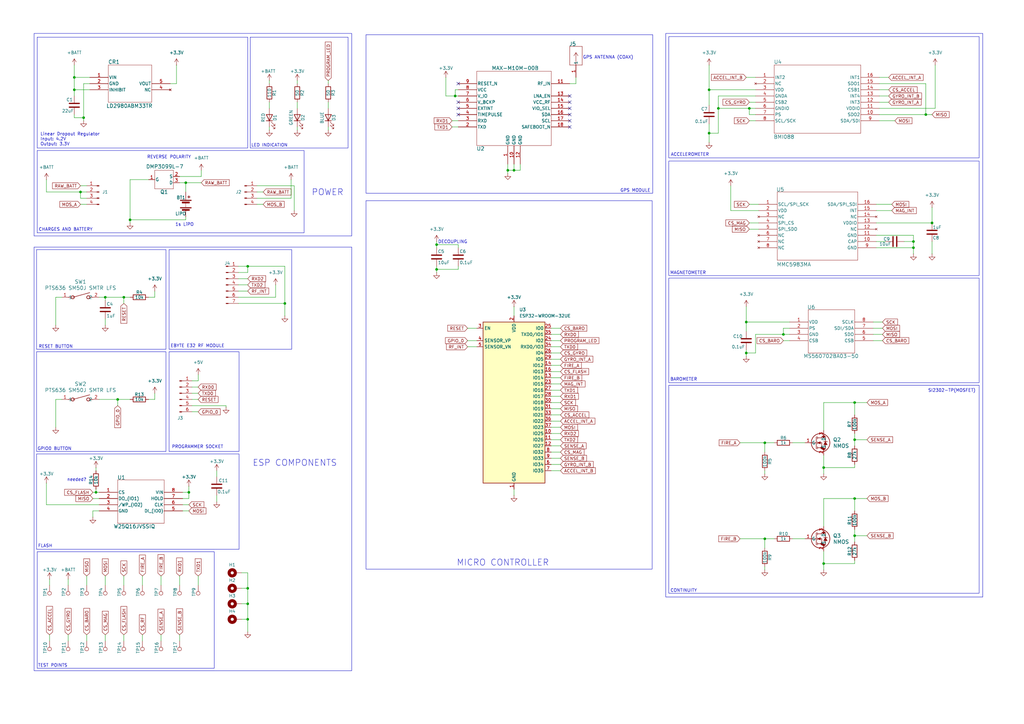
<source format=kicad_sch>
(kicad_sch (version 20250114) (generator "eeschema") (generator_version "9.0")
  (paper "A3")
  (rectangle (start 15.24 61.722) (end 124.714 95.504))
  (rectangle (start 13.97 101.346) (end 144.272 275.082))
  (rectangle (start 14.986 186.182) (end 98.044 225.298))
  (rectangle (start 150.114 14.224) (end 267.716 79.248))
  (rectangle (start 150.114 82.296) (end 267.462 233.426))
  (rectangle (start 102.616 15.24) (end 142.748 60.706))
  (rectangle (start 69.342 102.362) (end 119.634 143.256))
  (rectangle (start 15.24 226.314) (end 87.884 274.066))
  (rectangle (start 69.342 144.272) (end 98.044 185.166))
  (rectangle (start 15.24 15.24) (end 101.6 60.706))
  (rectangle (start 274.32 14.986) (end 401.574 64.77))
  (rectangle (start 274.32 157.988) (end 401.574 243.332))
  (rectangle (start 274.32 66.04) (end 401.574 113.03))
  (rectangle (start 14.986 144.272) (end 68.072 185.166))
  (rectangle (start 273.05 13.716) (end 403.098 244.856))
  (rectangle (start 14.986 102.362) (end 68.072 143.256))
  (rectangle (start 13.97 13.716) (end 144.272 96.774))
  (rectangle (start 274.32 114.046) (end 401.574 156.972))
  (text "GPS ANTENNA (COAX)" (at 249.428 23.622 0) (effects (font (size 1.27 1.27))))
  (text "BAROMETER" (at 280.416 155.702 0) (effects (font (size 1.27 1.27))))
  (text "FLASH" (at 18.542 224.028 0) (effects (font (size 1.27 1.27))))
  (text "EBYTE E32 RF MODULE\n" (at 81.026 141.986 0) (effects (font (size 1.27 1.27))))
  (text "REVERSE POLARITY\n" (at 69.342 64.516 0) (effects (font (size 1.27 1.27))))
  (text "PROGRAMMER SOCKET\n" (at 81.026 183.388 0) (effects (font (size 1.27 1.27))))
  (text "CONTINUITY" (at 280.416 242.316 0) (effects (font (size 1.27 1.27))))
  (text "SI2302-TP(MOSFET)" (at 390.398 160.274 0) (effects (font (size 1.27 1.27))))
  (text "GPIO0 BUTTON" (at 22.352 184.15 0) (effects (font (size 1.27 1.27))))
  (text "MAGNETOMETER\n" (at 282.194 112.014 0) (effects (font (size 1.27 1.27))))
  (text "needed?" (at 31.496 196.85 0) (effects (font (size 1.27 1.27))))
  (text "CHARGES AND BATTERY" (at 26.924 94.234 0) (effects (font (size 1.27 1.27))))
  (text "MICRO CONTROLLER" (at 206.248 230.886 0) (effects (font (size 2.54 2.54))))
  (text "DECOUPLING" (at 185.674 99.314 0) (effects (font (size 1.27 1.27))))
  (text "RESET BUTTON" (at 22.86 142.24 0) (effects (font (size 1.27 1.27))))
  (text "POWER" (at 134.366 78.994 0) (effects (font (size 2.54 2.54))))
  (text "1s LiPO" (at 75.692 92.202 0) (effects (font (size 1.27 1.27))))
  (text "GPS MODULE" (at 260.604 78.232 0) (effects (font (size 1.27 1.27))))
  (text "TEST POINTS" (at 21.59 273.05 0) (effects (font (size 1.27 1.27))))
  (text "Linear Dropout Regulator\nInput: 4.2V\nOutput: 3.3V\n" (at 16.51 57.15 0) (effects (font (size 1.27 1.27)) (justify left)))
  (text "ACCELEROMETER\n" (at 282.956 63.5 0) (effects (font (size 1.27 1.27))))
  (text "ESP COMPONENTS" (at 120.904 189.992 0) (effects (font (size 2.54 2.54))))
  (text "LED INDICATION\n" (at 110.49 59.69 0) (effects (font (size 1.27 1.27))))
  (junction (at 43.18 121.92))
  (junction (at 350.52 219.71))
  (junction (at 48.26 163.83))
  (junction (at 306.07 144.78))
  (junction (at 30.48 31.75))
  (junction (at 210.82 69.85))
  (junction (at 34.29 48.26))
  (junction (at 33.02 78.74))
  (junction (at 208.28 69.85))
  (junction (at 350.52 165.1))
  (junction (at 382.27 91.44))
  (junction (at 350.52 204.47))
  (junction (at 76.2 74.93))
  (junction (at 179.07 100.33))
  (junction (at 337.82 191.77))
  (junction (at 290.83 54.61))
  (junction (at 379.73 46.99))
  (junction (at 186.69 39.37))
  (junction (at 290.83 36.83))
  (junction (at 313.69 181.61))
  (junction (at 77.47 201.93))
  (junction (at 294.64 44.45))
  (junction (at 101.6 254))
  (junction (at 337.82 231.14))
  (junction (at 50.8 121.92))
  (junction (at 374.65 99.06))
  (junction (at 30.48 36.83))
  (junction (at 39.37 201.93))
  (junction (at 307.34 44.45))
  (junction (at 179.07 110.49))
  (junction (at 374.65 101.6))
  (junction (at 313.69 220.98))
  (junction (at 53.34 90.17))
  (junction (at 101.6 241.3))
  (junction (at 321.31 137.16))
  (junction (at 306.07 132.08))
  (junction (at 116.84 124.46))
  (junction (at 350.52 180.34))
  (junction (at 101.6 247.65))
  (junction (at 101.6 109.22))
  (no_connect (at 187.96 44.45))
  (no_connect (at 187.96 46.99))
  (no_connect (at 233.68 46.99))
  (no_connect (at 233.68 49.53))
  (no_connect (at 233.68 52.07))
  (no_connect (at 187.96 41.91))
  (no_connect (at 233.68 39.37))
  (no_connect (at 233.68 41.91))
  (no_connect (at 233.68 44.45))
  (no_connect (at 187.96 34.29))
  (wire (pts (xy 76.2 88.9) (xy 76.2 90.17)))
  (wire (pts (xy 226.06 139.7) (xy 229.87 139.7)))
  (wire (pts (xy 208.28 69.85) (xy 210.82 69.85)))
  (wire (pts (xy 303.53 220.98) (xy 313.69 220.98)))
  (wire (pts (xy 337.82 191.77) (xy 337.82 194.31)))
  (wire (pts (xy 72.39 26.67) (xy 72.39 34.29)))
  (wire (pts (xy 374.65 96.52) (xy 374.65 99.06)))
  (wire (pts (xy 350.52 229.87) (xy 350.52 231.14)))
  (wire (pts (xy 226.06 167.64) (xy 229.87 167.64)))
  (wire (pts (xy 226.06 165.1) (xy 229.87 165.1)))
  (wire (pts (xy 60.96 121.92) (xy 63.5 121.92)))
  (wire (pts (xy 97.79 111.76) (xy 101.6 111.76)))
  (wire (pts (xy 81.28 163.83) (xy 78.74 163.83)))
  (wire (pts (xy 337.82 186.69) (xy 337.82 191.77)))
  (wire (pts (xy 226.06 193.04) (xy 229.87 193.04)))
  (wire (pts (xy 92.71 167.005) (xy 92.71 166.37)))
  (wire (pts (xy 40.64 209.55) (xy 38.1 209.55)))
  (wire (pts (xy 236.22 31.75) (xy 236.22 34.29)))
  (wire (pts (xy 101.6 241.3) (xy 101.6 247.65)))
  (wire (pts (xy 360.68 41.91) (xy 364.49 41.91)))
  (wire (pts (xy 325.12 181.61) (xy 330.2 181.61)))
  (wire (pts (xy 226.06 177.8) (xy 229.87 177.8)))
  (wire (pts (xy 350.52 204.47) (xy 355.6 204.47)))
  (wire (pts (xy 97.79 114.3) (xy 101.6 114.3)))
  (wire (pts (xy 43.18 130.81) (xy 43.18 133.35)))
  (wire (pts (xy 19.05 73.66) (xy 19.05 78.74)))
  (wire (pts (xy 350.52 165.1) (xy 355.6 165.1)))
  (wire (pts (xy 58.42 236.22) (xy 58.42 240.03)))
  (wire (pts (xy 337.82 231.14) (xy 337.82 233.68)))
  (wire (pts (xy 337.82 215.9) (xy 337.82 204.47)))
  (wire (pts (xy 88.9 203.2) (xy 88.9 205.74)))
  (wire (pts (xy 34.29 48.26) (xy 34.29 49.53)))
  (wire (pts (xy 290.83 26.67) (xy 290.83 36.83)))
  (wire (pts (xy 382.27 99.06) (xy 382.27 104.14)))
  (wire (pts (xy 101.6 254) (xy 101.6 259.08)))
  (wire (pts (xy 185.42 49.53) (xy 187.96 49.53)))
  (wire (pts (xy 306.07 31.75) (xy 309.88 31.75)))
  (wire (pts (xy 323.85 134.62) (xy 321.31 134.62)))
  (wire (pts (xy 101.6 111.76) (xy 101.6 109.22)))
  (wire (pts (xy 321.31 137.16) (xy 309.88 137.16)))
  (wire (pts (xy 226.06 154.94) (xy 229.87 154.94)))
  (wire (pts (xy 78.74 156.21) (xy 81.28 156.21)))
  (wire (pts (xy 113.03 116.84) (xy 113.03 121.92)))
  (wire (pts (xy 360.68 31.75) (xy 364.49 31.75)))
  (wire (pts (xy 307.34 49.53) (xy 309.88 49.53)))
  (wire (pts (xy 73.66 74.93) (xy 76.2 74.93)))
  (wire (pts (xy 321.31 137.16) (xy 323.85 137.16)))
  (wire (pts (xy 58.42 260.35) (xy 58.42 262.89)))
  (wire (pts (xy 25.4 121.92) (xy 22.86 121.92)))
  (wire (pts (xy 337.82 226.06) (xy 337.82 231.14)))
  (wire (pts (xy 359.41 101.6) (xy 374.65 101.6)))
  (wire (pts (xy 309.88 137.16) (xy 309.88 144.78)))
  (wire (pts (xy 360.68 34.29) (xy 379.73 34.29)))
  (wire (pts (xy 99.06 234.95) (xy 101.6 234.95)))
  (wire (pts (xy 19.05 78.74) (xy 33.02 78.74)))
  (wire (pts (xy 121.92 52.07) (xy 121.92 53.34)))
  (wire (pts (xy 306.07 132.08) (xy 323.85 132.08)))
  (wire (pts (xy 33.02 78.74) (xy 35.56 78.74)))
  (wire (pts (xy 134.62 52.07) (xy 134.62 53.34)))
  (wire (pts (xy 226.06 160.02) (xy 229.87 160.02)))
  (wire (pts (xy 179.07 109.22) (xy 179.07 110.49)))
  (wire (pts (xy 76.2 74.93) (xy 82.55 74.93)))
  (wire (pts (xy 337.82 231.14) (xy 350.52 231.14)))
  (wire (pts (xy 306.07 143.51) (xy 306.07 144.78)))
  (wire (pts (xy 43.18 121.92) (xy 50.8 121.92)))
  (wire (pts (xy 359.41 96.52) (xy 374.65 96.52)))
  (wire (pts (xy 294.64 54.61) (xy 290.83 54.61)))
  (wire (pts (xy 19.05 207.01) (xy 19.05 198.12)))
  (wire (pts (xy 99.06 254) (xy 101.6 254)))
  (wire (pts (xy 337.82 165.1) (xy 350.52 165.1)))
  (wire (pts (xy 350.52 204.47) (xy 350.52 209.55)))
  (wire (pts (xy 309.88 39.37) (xy 294.64 39.37)))
  (wire (pts (xy 36.83 34.29) (xy 34.29 34.29)))
  (wire (pts (xy 187.96 109.22) (xy 187.96 110.49)))
  (wire (pts (xy 360.68 39.37) (xy 364.49 39.37)))
  (wire (pts (xy 53.34 91.44) (xy 53.34 90.17)))
  (wire (pts (xy 358.14 137.16) (xy 361.95 137.16)))
  (wire (pts (xy 38.1 209.55) (xy 38.1 212.09)))
  (wire (pts (xy 63.5 163.83) (xy 63.5 161.29)))
  (wire (pts (xy 60.96 163.83) (xy 63.5 163.83)))
  (wire (pts (xy 313.69 232.41) (xy 313.69 233.68)))
  (wire (pts (xy 81.28 153.67) (xy 81.28 156.21)))
  (wire (pts (xy 179.07 110.49) (xy 179.07 111.76)))
  (wire (pts (xy 179.07 99.06) (xy 179.07 100.33)))
  (wire (pts (xy 313.69 220.98) (xy 317.5 220.98)))
  (wire (pts (xy 195.58 142.24) (xy 191.77 142.24)))
  (wire (pts (xy 74.93 207.01) (xy 77.47 207.01)))
  (wire (pts (xy 66.04 236.22) (xy 66.04 240.03)))
  (wire (pts (xy 226.06 172.72) (xy 229.87 172.72)))
  (wire (pts (xy 358.14 134.62) (xy 361.95 134.62)))
  (wire (pts (xy 33.02 83.82) (xy 35.56 83.82)))
  (wire (pts (xy 43.18 236.22) (xy 43.18 240.03)))
  (wire (pts (xy 110.49 33.02) (xy 110.49 34.29)))
  (wire (pts (xy 99.06 247.65) (xy 101.6 247.65)))
  (wire (pts (xy 186.69 36.83) (xy 187.96 36.83)))
  (wire (pts (xy 179.07 110.49) (xy 187.96 110.49)))
  (wire (pts (xy 208.28 69.85) (xy 208.28 71.12)))
  (wire (pts (xy 226.06 142.24) (xy 229.87 142.24)))
  (wire (pts (xy 105.41 81.28) (xy 119.38 81.28)))
  (wire (pts (xy 121.92 33.02) (xy 121.92 34.29)))
  (wire (pts (xy 307.34 44.45) (xy 309.88 44.45)))
  (wire (pts (xy 81.28 161.29) (xy 78.74 161.29)))
  (wire (pts (xy 134.62 33.02) (xy 134.62 34.29)))
  (wire (pts (xy 226.06 134.62) (xy 229.87 134.62)))
  (wire (pts (xy 77.47 199.39) (xy 77.47 201.93)))
  (wire (pts (xy 191.77 134.62) (xy 195.58 134.62)))
  (wire (pts (xy 290.83 36.83) (xy 290.83 43.18)))
  (wire (pts (xy 359.41 83.82) (xy 365.76 83.82)))
  (wire (pts (xy 40.64 121.92) (xy 43.18 121.92)))
  (wire (pts (xy 116.84 109.22) (xy 116.84 124.46)))
  (wire (pts (xy 53.34 73.66) (xy 53.34 90.17)))
  (wire (pts (xy 101.6 234.95) (xy 101.6 241.3)))
  (wire (pts (xy 34.29 34.29) (xy 34.29 48.26)))
  (wire (pts (xy 350.52 180.34) (xy 355.6 180.34)))
  (wire (pts (xy 33.02 78.74) (xy 33.02 81.28)))
  (wire (pts (xy 350.52 180.34) (xy 350.52 182.88)))
  (wire (pts (xy 226.06 137.16) (xy 229.87 137.16)))
  (wire (pts (xy 35.56 81.28) (xy 33.02 81.28)))
  (wire (pts (xy 210.82 200.66) (xy 210.82 203.2)))
  (wire (pts (xy 226.06 147.32) (xy 229.87 147.32)))
  (wire (pts (xy 226.06 175.26) (xy 229.87 175.26)))
  (wire (pts (xy 60.96 73.66) (xy 53.34 73.66)))
  (wire (pts (xy 210.82 67.31) (xy 210.82 69.85)))
  (wire (pts (xy 134.62 41.91) (xy 134.62 44.45)))
  (wire (pts (xy 185.42 52.07) (xy 187.96 52.07)))
  (wire (pts (xy 374.65 101.6) (xy 374.65 104.14)))
  (wire (pts (xy 360.68 36.83) (xy 364.49 36.83)))
  (wire (pts (xy 374.65 99.06) (xy 374.65 101.6)))
  (wire (pts (xy 226.06 180.34) (xy 229.87 180.34)))
  (wire (pts (xy 120.65 76.2) (xy 120.65 86.36)))
  (wire (pts (xy 191.77 139.7) (xy 195.58 139.7)))
  (wire (pts (xy 307.34 91.44) (xy 311.15 91.44)))
  (wire (pts (xy 50.8 260.35) (xy 50.8 262.89)))
  (wire (pts (xy 39.37 201.93) (xy 40.64 201.93)))
  (wire (pts (xy 321.31 134.62) (xy 321.31 137.16)))
  (wire (pts (xy 290.83 36.83) (xy 309.88 36.83)))
  (wire (pts (xy 226.06 182.88) (xy 229.87 182.88)))
  (wire (pts (xy 25.4 163.83) (xy 22.86 163.83)))
  (wire (pts (xy 74.93 201.93) (xy 77.47 201.93)))
  (wire (pts (xy 66.04 260.35) (xy 66.04 262.89)))
  (wire (pts (xy 350.52 165.1) (xy 350.52 170.18)))
  (wire (pts (xy 27.94 237.49) (xy 27.94 240.03)))
  (wire (pts (xy 313.69 220.98) (xy 313.69 224.79)))
  (wire (pts (xy 350.52 219.71) (xy 350.52 222.25)))
  (wire (pts (xy 105.41 83.82) (xy 107.95 83.82)))
  (wire (pts (xy 226.06 190.5) (xy 229.87 190.5)))
  (wire (pts (xy 210.82 125.73) (xy 210.82 129.54)))
  (wire (pts (xy 82.55 69.85) (xy 82.55 72.39)))
  (wire (pts (xy 182.88 39.37) (xy 186.69 39.37)))
  (wire (pts (xy 97.79 121.92) (xy 113.03 121.92)))
  (wire (pts (xy 370.84 99.06) (xy 374.65 99.06)))
  (wire (pts (xy 307.34 44.45) (xy 307.34 46.99)))
  (wire (pts (xy 35.56 236.22) (xy 35.56 240.03)))
  (wire (pts (xy 81.28 158.75) (xy 78.74 158.75)))
  (wire (pts (xy 321.31 139.7) (xy 323.85 139.7)))
  (wire (pts (xy 74.93 209.55) (xy 77.47 209.55)))
  (wire (pts (xy 22.86 163.83) (xy 22.86 175.26)))
  (wire (pts (xy 350.52 190.5) (xy 350.52 191.77)))
  (wire (pts (xy 233.68 34.29) (xy 236.22 34.29)))
  (wire (pts (xy 40.64 163.83) (xy 48.26 163.83)))
  (wire (pts (xy 121.92 41.91) (xy 121.92 44.45)))
  (wire (pts (xy 213.36 67.31) (xy 213.36 69.85)))
  (wire (pts (xy 290.83 54.61) (xy 290.83 58.42)))
  (wire (pts (xy 337.82 204.47) (xy 350.52 204.47)))
  (wire (pts (xy 360.68 49.53) (xy 367.03 49.53)))
  (wire (pts (xy 290.83 50.8) (xy 290.83 54.61)))
  (wire (pts (xy 48.26 163.83) (xy 48.26 166.37)))
  (wire (pts (xy 27.94 260.35) (xy 27.94 262.89)))
  (wire (pts (xy 350.52 217.17) (xy 350.52 219.71)))
  (wire (pts (xy 116.84 124.46) (xy 116.84 129.54)))
  (wire (pts (xy 187.96 101.6) (xy 187.96 100.33)))
  (wire (pts (xy 119.38 73.66) (xy 119.38 81.28)))
  (wire (pts (xy 210.82 69.85) (xy 213.36 69.85)))
  (wire (pts (xy 73.66 260.35) (xy 73.66 262.89)))
  (wire (pts (xy 38.1 201.93) (xy 39.37 201.93)))
  (wire (pts (xy 309.88 144.78) (xy 306.07 144.78)))
  (wire (pts (xy 350.52 177.8) (xy 350.52 180.34)))
  (wire (pts (xy 379.73 46.99) (xy 382.27 46.99)))
  (wire (pts (xy 73.66 236.22) (xy 73.66 240.03)))
  (wire (pts (xy 48.26 163.83) (xy 53.34 163.83)))
  (wire (pts (xy 99.06 241.3) (xy 101.6 241.3)))
  (wire (pts (xy 358.14 139.7) (xy 361.95 139.7)))
  (wire (pts (xy 105.41 76.2) (xy 120.65 76.2)))
  (wire (pts (xy 313.69 181.61) (xy 317.5 181.61)))
  (wire (pts (xy 299.72 76.2) (xy 299.72 86.36)))
  (wire (pts (xy 43.18 121.92) (xy 43.18 123.19)))
  (wire (pts (xy 30.48 48.26) (xy 34.29 48.26)))
  (wire (pts (xy 97.79 124.46) (xy 116.84 124.46)))
  (wire (pts (xy 69.85 34.29) (xy 72.39 34.29)))
  (wire (pts (xy 186.69 39.37) (xy 187.96 39.37)))
  (wire (pts (xy 226.06 144.78) (xy 229.87 144.78)))
  (wire (pts (xy 63.5 121.92) (xy 63.5 119.38)))
  (wire (pts (xy 30.48 46.99) (xy 30.48 48.26)))
  (wire (pts (xy 81.28 168.91) (xy 78.74 168.91)))
  (wire (pts (xy 226.06 170.18) (xy 229.87 170.18)))
  (wire (pts (xy 20.32 260.35) (xy 20.32 262.89)))
  (wire (pts (xy 30.48 31.75) (xy 30.48 36.83)))
  (wire (pts (xy 43.18 260.35) (xy 43.18 262.89)))
  (wire (pts (xy 50.8 236.22) (xy 50.8 240.03)))
  (wire (pts (xy 97.79 119.38) (xy 101.6 119.38)))
  (wire (pts (xy 36.83 36.83) (xy 30.48 36.83)))
  (wire (pts (xy 105.41 78.74) (xy 107.95 78.74)))
  (wire (pts (xy 313.69 181.61) (xy 313.69 185.42)))
  (wire (pts (xy 78.74 166.37) (xy 92.71 166.37)))
  (wire (pts (xy 350.52 219.71) (xy 355.6 219.71)))
  (wire (pts (xy 309.88 46.99) (xy 307.34 46.99)))
  (wire (pts (xy 306.07 146.05) (xy 306.07 144.78)))
  (wire (pts (xy 294.64 44.45) (xy 294.64 54.61)))
  (wire (pts (xy 359.41 91.44) (xy 382.27 91.44)))
  (wire (pts (xy 307.34 93.98) (xy 311.15 93.98)))
  (wire (pts (xy 179.07 100.33) (xy 179.07 101.6)))
  (wire (pts (xy 337.82 176.53) (xy 337.82 165.1)))
  (wire (pts (xy 35.56 260.35) (xy 35.56 262.89)))
  (wire (pts (xy 226.06 185.42) (xy 229.87 185.42)))
  (wire (pts (xy 30.48 36.83) (xy 30.48 39.37)))
  (wire (pts (xy 358.14 132.08) (xy 361.95 132.08)))
  (wire (pts (xy 74.93 204.47) (xy 77.47 204.47)))
  (wire (pts (xy 88.9 193.04) (xy 88.9 195.58)))
  (wire (pts (xy 226.06 187.96) (xy 229.87 187.96)))
  (wire (pts (xy 359.41 99.06) (xy 363.22 99.06)))
  (wire (pts (xy 208.28 67.31) (xy 208.28 69.85)))
  (wire (pts (xy 20.32 237.49) (xy 20.32 240.03)))
  (wire (pts (xy 110.49 41.91) (xy 110.49 44.45)))
  (wire (pts (xy 383.54 26.67) (xy 383.54 44.45)))
  (wire (pts (xy 307.34 41.91) (xy 309.88 41.91)))
  (wire (pts (xy 226.06 157.48) (xy 229.87 157.48)))
  (wire (pts (xy 30.48 31.75) (xy 36.83 31.75)))
  (wire (pts (xy 76.2 74.93) (xy 76.2 78.74)))
  (wire (pts (xy 226.06 149.86) (xy 229.87 149.86)))
  (wire (pts (xy 313.69 193.04) (xy 313.69 194.31)))
  (wire (pts (xy 73.66 72.39) (xy 82.55 72.39)))
  (wire (pts (xy 382.27 85.09) (xy 382.27 91.44)))
  (wire (pts (xy 97.79 116.84) (xy 101.6 116.84)))
  (wire (pts (xy 81.28 236.22) (xy 81.28 240.03)))
  (wire (pts (xy 307.34 83.82) (xy 311.15 83.82)))
  (wire (pts (xy 50.8 121.92) (xy 50.8 124.46)))
  (wire (pts (xy 294.64 39.37) (xy 294.64 44.45)))
  (wire (pts (xy 38.1 204.47) (xy 40.64 204.47)))
  (wire (pts (xy 303.53 181.61) (xy 313.69 181.61)))
  (wire (pts (xy 101.6 247.65) (xy 101.6 254)))
  (wire (pts (xy 53.34 90.17) (xy 76.2 90.17)))
  (wire (pts (xy 39.37 200.66) (xy 39.37 201.93)))
  (wire (pts (xy 182.88 31.75) (xy 182.88 39.37)))
  (wire (pts (xy 22.86 121.92) (xy 22.86 133.35)))
  (wire (pts (xy 116.84 109.22) (xy 101.6 109.22)))
  (wire (pts (xy 337.82 191.77) (xy 350.52 191.77)))
  (wire (pts (xy 360.68 46.99) (xy 379.73 46.99)))
  (wire (pts (xy 19.05 207.01) (xy 40.64 207.01)))
  (wire (pts (xy 179.07 100.33) (xy 187.96 100.33)))
  (wire (pts (xy 97.79 109.22) (xy 101.6 109.22)))
  (wire (pts (xy 306.07 132.08) (xy 306.07 135.89)))
  (wire (pts (xy 359.41 86.36) (xy 365.76 86.36)))
  (wire (pts (xy 77.47 201.93) (xy 77.47 204.47)))
  (wire (pts (xy 186.69 36.83) (xy 186.69 39.37)))
  (wire (pts (xy 110.49 52.07) (xy 110.49 53.34)))
  (wire (pts (xy 306.07 125.73) (xy 306.07 132.08)))
  (wire (pts (xy 294.64 44.45) (xy 307.34 44.45)))
  (wire (pts (xy 226.06 162.56) (xy 229.87 162.56)))
  (wire (pts (xy 325.12 220.98) (xy 330.2 220.98)))
  (wire (pts (xy 33.02 76.2) (xy 35.56 76.2)))
  (wire (pts (xy 30.48 26.67) (xy 30.48 31.75)))
  (wire (pts (xy 379.73 34.29) (xy 379.73 46.99)))
  (wire (pts (xy 39.37 191.77) (xy 39.37 193.04)))
  (wire (pts (xy 383.54 44.45) (xy 360.68 44.45)))
  (wire (pts (xy 50.8 121.92) (xy 53.34 121.92)))
  (wire (pts (xy 299.72 86.36) (xy 311.15 86.36)))
  (wire (pts (xy 226.06 152.4) (xy 229.87 152.4)))
  (global_label "CS_BARO" (shape input) (at 229.87 134.62 0) (property "Intersheetrefs" "${INTERSHEET_REFS}" (effects (hide yes))))
  (global_label "FIRE_A" (shape input) (at 58.42 236.22 90) (property "Intersheetrefs" "${INTERSHEET_REFS}" (effects (hide yes))))
  (global_label "SENSE_B" (shape input) (at 355.6 219.71 0) (property "Intersheetrefs" "${INTERSHEET_REFS}" (effects (hide yes))))
  (global_label "GYRO_INT_A" (shape input) (at 229.87 147.32 0) (property "Intersheetrefs" "${INTERSHEET_REFS}" (effects (hide yes))))
  (global_label "MOS_A" (shape input) (at 355.6 165.1 0) (property "Intersheetrefs" "${INTERSHEET_REFS}" (effects (hide yes))))
  (global_label "SENSE_A" (shape input) (at 355.6 180.34 0) (property "Intersheetrefs" "${INTERSHEET_REFS}" (effects (hide yes))))
  (global_label "TXD1" (shape input) (at 229.87 160.02 0) (property "Intersheetrefs" "${INTERSHEET_REFS}" (effects (hide yes))))
  (global_label "CS_RF" (shape input) (at 58.42 260.35 90) (property "Intersheetrefs" "${INTERSHEET_REFS}" (effects (hide yes))))
  (global_label "CS_MAG" (shape input) (at 307.34 91.44 180) (property "Intersheetrefs" "${INTERSHEET_REFS}" (effects (hide yes))))
  (global_label "SENSE_B" (shape input) (at 73.66 260.35 90) (property "Intersheetrefs" "${INTERSHEET_REFS}" (effects (hide yes))))
  (global_label "SCK" (shape input) (at 307.34 83.82 180) (property "Intersheetrefs" "${INTERSHEET_REFS}" (effects (hide yes))))
  (global_label "MOSI" (shape input) (at 365.76 83.82 0) (property "Intersheetrefs" "${INTERSHEET_REFS}" (effects (hide yes))))
  (global_label "TXD0" (shape input) (at 81.28 161.29 0) (property "Intersheetrefs" "${INTERSHEET_REFS}" (effects (hide yes))))
  (global_label "MAG_INT" (shape input) (at 229.87 157.48 0) (property "Intersheetrefs" "${INTERSHEET_REFS}" (effects (hide yes))))
  (global_label "SCK" (shape input) (at 50.8 236.22 90) (property "Intersheetrefs" "${INTERSHEET_REFS}" (effects (hide yes))))
  (global_label "RXD2" (shape input) (at 101.6 114.3 0) (property "Intersheetrefs" "${INTERSHEET_REFS}" (effects (hide yes))))
  (global_label "SENSE_B" (shape input) (at 229.87 187.96 0) (property "Intersheetrefs" "${INTERSHEET_REFS}" (effects (hide yes))))
  (global_label "RAW_BATT" (shape input) (at 107.95 78.74 0) (property "Intersheetrefs" "${INTERSHEET_REFS}" (effects (hide yes))))
  (global_label "MOS_B" (shape input) (at 355.6 204.47 0) (property "Intersheetrefs" "${INTERSHEET_REFS}" (effects (hide yes))))
  (global_label "CS_FLASH" (shape input) (at 50.8 260.35 90) (property "Intersheetrefs" "${INTERSHEET_REFS}" (effects (hide yes))))
  (global_label "SCK" (shape input) (at 77.47 207.01 0) (property "Intersheetrefs" "${INTERSHEET_REFS}" (effects (hide yes))))
  (global_label "SENSE_A" (shape input) (at 66.04 260.35 90) (property "Intersheetrefs" "${INTERSHEET_REFS}" (effects (hide yes))))
  (global_label "ACCEL_INT_A" (shape input) (at 364.49 31.75 0) (property "Intersheetrefs" "${INTERSHEET_REFS}" (effects (hide yes))))
  (global_label "MOSI" (shape input) (at 367.03 49.53 0) (property "Intersheetrefs" "${INTERSHEET_REFS}" (effects (hide yes))))
  (global_label "FIRE_A" (shape input) (at 229.87 149.86 0) (property "Intersheetrefs" "${INTERSHEET_REFS}" (effects (hide yes))))
  (global_label "RAW_BATT" (shape input) (at 33.02 76.2 180) (property "Intersheetrefs" "${INTERSHEET_REFS}" (effects (hide yes))))
  (global_label "TXD1" (shape input) (at 81.28 236.22 90) (property "Intersheetrefs" "${INTERSHEET_REFS}" (effects (hide yes))))
  (global_label "MOSI" (shape input) (at 43.18 236.22 90) (property "Intersheetrefs" "${INTERSHEET_REFS}" (effects (hide yes))))
  (global_label "RXD0" (shape input) (at 81.28 158.75 0) (property "Intersheetrefs" "${INTERSHEET_REFS}" (effects (hide yes))))
  (global_label "CS_MAG" (shape input) (at 229.87 185.42 0) (property "Intersheetrefs" "${INTERSHEET_REFS}" (effects (hide yes))))
  (global_label "RXD1" (shape input) (at 73.66 236.22 90) (property "Intersheetrefs" "${INTERSHEET_REFS}" (effects (hide yes))))
  (global_label "RXD1" (shape input) (at 229.87 162.56 0) (property "Intersheetrefs" "${INTERSHEET_REFS}" (effects (hide yes))))
  (global_label "MISO" (shape input) (at 35.56 236.22 90) (property "Intersheetrefs" "${INTERSHEET_REFS}" (effects (hide yes))))
  (global_label "ACCEL_INT_A" (shape input) (at 229.87 172.72 0) (property "Intersheetrefs" "${INTERSHEET_REFS}" (effects (hide yes))))
  (global_label "GYRO_INT_B" (shape input) (at 364.49 39.37 0) (property "Intersheetrefs" "${INTERSHEET_REFS}" (effects (hide yes))))
  (global_label "MISO" (shape input) (at 382.27 46.99 0) (property "Intersheetrefs" "${INTERSHEET_REFS}" (effects (hide yes))))
  (global_label "GPIO_0" (shape input) (at 191.77 139.7 180) (property "Intersheetrefs" "${INTERSHEET_REFS}" (effects (hide yes))))
  (global_label "FIRE_B" (shape input) (at 303.53 220.98 180) (property "Intersheetrefs" "${INTERSHEET_REFS}" (effects (hide yes))))
  (global_label "RXD2" (shape input) (at 229.87 177.8 0) (property "Intersheetrefs" "${INTERSHEET_REFS}" (effects (hide yes))))
  (global_label "RESET" (shape input) (at 50.8 124.46 270) (property "Intersheetrefs" "${INTERSHEET_REFS}" (effects (hide yes))))
  (global_label "MAG_INT" (shape input) (at 365.76 86.36 0) (property "Intersheetrefs" "${INTERSHEET_REFS}" (effects (hide yes))))
  (global_label "CS_ACCEL" (shape input) (at 20.32 260.35 90) (property "Intersheetrefs" "${INTERSHEET_REFS}" (effects (hide yes))))
  (global_label "RF_INT" (shape input) (at 191.77 142.24 180) (property "Intersheetrefs" "${INTERSHEET_REFS}" (effects (hide yes))))
  (global_label "GYRO_INT_B" (shape input) (at 229.87 190.5 0) (property "Intersheetrefs" "${INTERSHEET_REFS}" (effects (hide yes))))
  (global_label "MISO" (shape input) (at 229.87 167.64 0) (property "Intersheetrefs" "${INTERSHEET_REFS}" (effects (hide yes))))
  (global_label "SCK" (shape input) (at 361.95 132.08 0) (property "Intersheetrefs" "${INTERSHEET_REFS}" (effects (hide yes))))
  (global_label "MOSI" (shape input) (at 229.87 175.26 0) (property "Intersheetrefs" "${INTERSHEET_REFS}" (effects (hide yes))))
  (global_label "CS_ACCEL" (shape input) (at 364.49 36.83 0) (property "Intersheetrefs" "${INTERSHEET_REFS}" (effects (hide yes))))
  (global_label "CS_GYRO" (shape input) (at 27.94 260.35 90) (property "Intersheetrefs" "${INTERSHEET_REFS}" (effects (hide yes))))
  (global_label "ACCEL_INT_B" (shape input) (at 306.07 31.75 180) (property "Intersheetrefs" "${INTERSHEET_REFS}" (effects (hide yes))))
  (global_label "TXD0" (shape input) (at 229.87 142.24 0) (property "Intersheetrefs" "${INTERSHEET_REFS}" (effects (hide yes))))
  (global_label "MISO" (shape input) (at 361.95 137.16 0) (property "Intersheetrefs" "${INTERSHEET_REFS}" (effects (hide yes))))
  (global_label "MISO" (shape input) (at 307.34 93.98 180) (property "Intersheetrefs" "${INTERSHEET_REFS}" (effects (hide yes))))
  (global_label "MOSI" (shape input) (at 77.47 209.55 0) (property "Intersheetrefs" "${INTERSHEET_REFS}" (effects (hide yes))))
  (global_label "GPIO_0" (shape input) (at 48.26 166.37 270) (property "Intersheetrefs" "${INTERSHEET_REFS}" (effects (hide yes))))
  (global_label "SCK" (shape input) (at 229.87 165.1 0) (property "Intersheetrefs" "${INTERSHEET_REFS}" (effects (hide yes))))
  (global_label "CS_MAG" (shape input) (at 43.18 260.35 90) (property "Intersheetrefs" "${INTERSHEET_REFS}" (effects (hide yes))))
  (global_label "GPIO_0" (shape input) (at 81.28 168.91 0) (property "Intersheetrefs" "${INTERSHEET_REFS}" (effects (hide yes))))
  (global_label "PROGRAM_LED" (shape input) (at 229.87 139.7 0) (property "Intersheetrefs" "${INTERSHEET_REFS}" (effects (hide yes))))
  (global_label "CS_GYRO" (shape input) (at 307.34 41.91 180) (property "Intersheetrefs" "${INTERSHEET_REFS}" (effects (hide yes))))
  (global_label "CS_BARO" (shape input) (at 35.56 260.35 90) (property "Intersheetrefs" "${INTERSHEET_REFS}" (effects (hide yes))))
  (global_label "TXD1" (shape input) (at 185.42 52.07 180) (property "Intersheetrefs" "${INTERSHEET_REFS}" (effects (hide yes))))
  (global_label "CS_GYRO" (shape input) (at 229.87 144.78 0) (property "Intersheetrefs" "${INTERSHEET_REFS}" (effects (hide yes))))
  (global_label "RESET" (shape input) (at 191.77 134.62 180) (property "Intersheetrefs" "${INTERSHEET_REFS}" (effects (hide yes))))
  (global_label "FIRE_B" (shape input) (at 66.04 236.22 90) (property "Intersheetrefs" "${INTERSHEET_REFS}" (effects (hide yes))))
  (global_label "RXD1" (shape input) (at 185.42 49.53 180) (property "Intersheetrefs" "${INTERSHEET_REFS}" (effects (hide yes))))
  (global_label "ACCEL_INT_B" (shape input) (at 229.87 193.04 0) (property "Intersheetrefs" "${INTERSHEET_REFS}" (effects (hide yes))))
  (global_label "CS_ACCEL" (shape input) (at 229.87 170.18 0) (property "Intersheetrefs" "${INTERSHEET_REFS}" (effects (hide yes))))
  (global_label "TXD2" (shape input) (at 229.87 180.34 0) (property "Intersheetrefs" "${INTERSHEET_REFS}" (effects (hide yes))))
  (global_label "GYRO_INT_A" (shape input) (at 364.49 41.91 0) (property "Intersheetrefs" "${INTERSHEET_REFS}" (effects (hide yes))))
  (global_label "RAW_BATT" (shape input) (at 82.55 74.93 0) (property "Intersheetrefs" "${INTERSHEET_REFS}" (effects (hide yes))))
  (global_label "CS_FLASH" (shape input) (at 38.1 201.93 180) (property "Intersheetrefs" "${INTERSHEET_REFS}" (effects (hide yes))))
  (global_label "MOS_A" (shape input) (at 33.02 83.82 180) (property "Intersheetrefs" "${INTERSHEET_REFS}" (effects (hide yes))))
  (global_label "RXD0" (shape input) (at 229.87 137.16 0) (property "Intersheetrefs" "${INTERSHEET_REFS}" (effects (hide yes))))
  (global_label "RESET" (shape input) (at 81.28 163.83 0) (property "Intersheetrefs" "${INTERSHEET_REFS}" (effects (hide yes))))
  (global_label "FIRE_A" (shape input) (at 303.53 181.61 180) (property "Intersheetrefs" "${INTERSHEET_REFS}" (effects (hide yes))))
  (global_label "MISO" (shape input) (at 38.1 204.47 180) (property "Intersheetrefs" "${INTERSHEET_REFS}" (effects (hide yes))))
  (global_label "CS_BARO" (shape input) (at 321.31 139.7 180) (property "Intersheetrefs" "${INTERSHEET_REFS}" (effects (hide yes))))
  (global_label "RF_INT" (shape input) (at 101.6 119.38 0) (property "Intersheetrefs" "${INTERSHEET_REFS}" (effects (hide yes))))
  (global_label "TXD2" (shape input) (at 101.6 116.84 0) (property "Intersheetrefs" "${INTERSHEET_REFS}" (effects (hide yes))))
  (global_label "PROGRAM_LED" (shape input) (at 134.62 33.02 90) (property "Intersheetrefs" "${INTERSHEET_REFS}" (effects (hide yes))))
  (global_label "CS_BARO" (shape input) (at 361.95 139.7 0) (property "Intersheetrefs" "${INTERSHEET_REFS}" (effects (hide yes))))
  (global_label "SCK" (shape input) (at 307.34 49.53 180) (property "Intersheetrefs" "${INTERSHEET_REFS}" (effects (hide yes))))
  (global_label "MOS_B" (shape input) (at 107.95 83.82 0) (property "Intersheetrefs" "${INTERSHEET_REFS}" (effects (hide yes))))
  (global_label "SENSE_A" (shape input) (at 229.87 182.88 0) (property "Intersheetrefs" "${INTERSHEET_REFS}" (effects (hide yes))))
  (global_label "MOSI" (shape input) (at 361.95 134.62 0) (property "Intersheetrefs" "${INTERSHEET_REFS}" (effects (hide yes))))
  (global_label "FIRE_B" (shape input) (at 229.87 154.94 0) (property "Intersheetrefs" "${INTERSHEET_REFS}" (effects (hide yes))))
  (global_label "CS_FLASH" (shape input) (at 229.87 152.4 0) (property "Intersheetrefs" "${INTERSHEET_REFS}" (effects (hide yes))))
  (symbol (lib_id "power:GND") (at 337.82 233.68 0) (unit 1)
    (property "Reference" "#PWR035" (effects (hide yes)))
    (property "Value" "GND" (effects (hide yes)))
    (property "Description" "Power symbol creates a global label with name \"GND\" , ground" (effects (hide yes)))
  )
  (symbol (lib_id "power:+BATT") (at 82.55 69.85 0) (unit 1)
    (property "Reference" "#PWR051" (effects (hide yes)))
    (property "Value" "+BATT" (at 82.55 64.77 0))
    (property "Description" "Power symbol creates a global label with name \"+BATT\"" (effects (hide yes)))
  )
  (symbol (lib_id "Connector:TestPoint") (at 27.94 240.03 180) (unit 1)
    (property "Reference" "TP2" (at 26.162 242.824 90))
    (property "Value" "TestPoint" (effects (hide yes)))
    (property "Footprint" "TestPoint:TestPoint_Pad_D2.5mm" (effects (hide yes)))
    (property "Description" "test point" (effects (hide yes)))
  )
  (symbol (lib_id "power:+3.3V") (at 39.37 191.77 0) (unit 1)
    (property "Reference" "#PWR055" (effects (hide yes)))
    (property "Value" "+3.3V" (at 39.37 187.96 0))
    (property "Description" "Power symbol creates a global label with name \"+3.3V\"" (effects (hide yes)))
  )
  (symbol (lib_id "power:GND") (at 110.49 53.34 0) (unit 1)
    (property "Reference" "#PWR010" (effects (hide yes)))
    (property "Value" "GND" (effects (hide yes)))
    (property "Description" "Power symbol creates a global label with name \"GND\" , ground" (effects (hide yes)))
  )
  (symbol (lib_id "Connector:TestPoint") (at 35.56 240.03 180) (unit 1)
    (property "Reference" "TP3" (at 33.782 242.824 90))
    (property "Value" "TestPoint" (effects (hide yes)))
    (property "Footprint" "RCU_0C:CONN1_RCU-0C_TEC" (effects (hide yes)))
    (property "Description" "test point" (effects (hide yes)))
  )
  (symbol (lib_id "MAX-M10:MAX-M10M-00B") (at 187.96 54.61 0) (mirror x) (unit 1)
    (property "Reference" "U2" (at 197.104 60.96 0) (effects (font (size 1.524 1.524))))
    (property "Value" "MAX-M10M-00B" (at 211.328 27.94 0) (effects (font (size 1.524 1.524))))
    (property "Footprint" "MAX-M10:MOD18_MAX-M10M_UBL" (effects (hide yes)))
    (property "Datasheet" "MAX-M10M-00B" (effects (hide yes)))
  )
  (symbol (lib_id "power:+3.3V") (at 306.07 125.73 0) (unit 1)
    (property "Reference" "#PWR031" (effects (hide yes)))
    (property "Value" "+3.3V" (at 306.07 120.65 0))
    (property "Description" "Power symbol creates a global label with name \"+3.3V\"" (effects (hide yes)))
  )
  (symbol (lib_id "Connector:Conn_01x04_Pin") (at 100.33 78.74 0) (unit 1)
    (property "Reference" "J2" (at 99.06 78.7399 0) (effects (justify right)))
    (property "Value" "Conn_01x04_Pin" (effects (hide yes)))
    (property "Footprint" "1725672:CONN_1725672_PXC" (effects (hide yes)))
    (property "Description" "Generic connector, single row, 01x04, script generated" (effects (hide yes)))
  )
  (symbol (lib_id "power:GND") (at 43.18 133.35 0) (unit 1)
    (property "Reference" "#PWR038" (effects (hide yes)))
    (property "Value" "GND" (effects (hide yes)))
    (property "Description" "Power symbol creates a global label with name \"GND\" , ground" (effects (hide yes)))
  )
  (symbol (lib_id "Connector:TestPoint") (at 66.04 262.89 180) (unit 1)
    (property "Reference" "TP16" (at 64.262 265.684 90))
    (property "Value" "TestPoint" (effects (hide yes)))
    (property "Footprint" "RCU_0C:CONN1_RCU-0C_TEC" (effects (hide yes)))
    (property "Description" "test point" (effects (hide yes)))
  )
  (symbol (lib_id "LDOs:LD2980ABM33TR") (at 36.83 31.75 0) (unit 1)
    (property "Reference" "CR1" (at 46.736 25.4 0) (effects (font (size 1.524 1.524))))
    (property "Value" "LD2980ABM33TR" (at 53.086 43.434 0) (effects (font (size 1.524 1.524))))
    (property "Footprint" "LD2980ABM33TR:SOT23-5L_STM" (effects (hide yes)))
    (property "Datasheet" "https://www.st.com/resource/en/datasheet/ld2980.pdf" (effects (hide yes)))
  )
  (symbol (lib_id "Device:R") (at 110.49 38.1 0) (unit 1)
    (property "Reference" "R1" (at 112.522 38.1 90))
    (property "Value" "110" (at 110.49 38.1 90))
    (property "Footprint" "Resistor_SMD:R_0402_1005Metric" (effects (hide yes)))
    (property "Description" "Resistor" (effects (hide yes)))
  )
  (symbol (lib_id "Mechanical:MountingHole_Pad") (at 96.52 247.65 90) (unit 1) (exclude_from_sim yes) (in_bom no)
    (property "Reference" "H3" (at 95.25 244.348 90))
    (property "Value" "MountingHole_Pad" (effects (hide yes)))
    (property "Footprint" "MountingHole:MountingHole_2.5mm_Pad" (effects (hide yes)))
    (property "Description" "Mounting Hole with connection" (effects (hide yes)))
  )
  (symbol (lib_id "Device:R") (at 57.15 121.92 90) (unit 1)
    (property "Reference" "R4" (at 57.15 119.888 90))
    (property "Value" "10k" (at 57.15 121.92 90))
    (property "Footprint" "Resistor_SMD:R_0402_1005Metric" (effects (hide yes)))
    (property "Description" "Resistor" (effects (hide yes)))
  )
  (symbol (lib_id "Mechanical:MountingHole_Pad") (at 96.52 241.3 90) (unit 1) (exclude_from_sim yes) (in_bom no)
    (property "Reference" "H2" (at 95.25 237.998 90))
    (property "Value" "MountingHole_Pad" (effects (hide yes)))
    (property "Footprint" "MountingHole:MountingHole_2.5mm_Pad" (effects (hide yes)))
    (property "Description" "Mounting Hole with connection" (effects (hide yes)))
  )
  (symbol (lib_id "power:GND") (at 210.82 203.2 0) (unit 1)
    (property "Reference" "#PWR05" (effects (hide yes)))
    (property "Value" "GND" (effects (hide yes)))
    (property "Description" "Power symbol creates a global label with name \"GND\" , ground" (effects (hide yes)))
  )
  (symbol (lib_id "GSPTS004102:PTS636_SM50J_SMTR_LFS") (at 25.4 163.83 0) (unit 1)
    (property "Reference" "SW2" (at 33.02 157.48 0) (effects (font (size 1.524 1.524))))
    (property "Value" "PTS636 SM50J SMTR LFS" (at 33.02 160.02 0) (effects (font (size 1.524 1.524))))
    (property "Footprint" "GSPTS004102:SW_PTS636_CNK" (effects (hide yes)))
    (property "Datasheet" "PTS636 SM50J SMTR LFS" (effects (hide yes)))
  )
  (symbol (lib_id "BMI088:BMI088") (at 309.88 31.75 0) (unit 1)
    (property "Reference" "U4" (at 319.024 25.4 0) (effects (font (size 1.524 1.524))))
    (property "Value" "BMI088" (at 321.564 56.134 0) (effects (font (size 1.524 1.524))))
    (property "Footprint" "BMI088:QFN_BMI085_BOS" (effects (hide yes)))
    (property "Datasheet" "BMI088" (effects (hide yes)))
  )
  (symbol (lib_id "Device:R") (at 313.69 228.6 0) (unit 1)
    (property "Reference" "R9" (at 315.722 228.6 90))
    (property "Value" "100k" (at 313.69 228.6 90))
    (property "Footprint" "Resistor_SMD:R_0402_1005Metric" (effects (hide yes)))
    (property "Description" "Resistor" (effects (hide yes)))
  )
  (symbol (lib_id "power:GND") (at 134.62 53.34 0) (unit 1)
    (property "Reference" "#PWR014" (effects (hide yes)))
    (property "Value" "GND" (effects (hide yes)))
    (property "Description" "Power symbol creates a global label with name \"GND\" , ground" (effects (hide yes)))
  )
  (symbol (lib_id "Connector:TestPoint") (at 27.94 262.89 180) (unit 1)
    (property "Reference" "TP11" (at 26.162 265.684 90))
    (property "Value" "TestPoint" (effects (hide yes)))
    (property "Footprint" "RCU_0C:CONN1_RCU-0C_TEC" (effects (hide yes)))
    (property "Description" "test point" (effects (hide yes)))
  )
  (symbol (lib_id "Mechanical:MountingHole_Pad") (at 96.52 234.95 90) (unit 1) (exclude_from_sim yes) (in_bom no)
    (property "Reference" "H1" (at 95.25 231.648 90))
    (property "Value" "MountingHole_Pad" (effects (hide yes)))
    (property "Footprint" "MountingHole:MountingHole_2.5mm_Pad" (effects (hide yes)))
    (property "Description" "Mounting Hole with connection" (effects (hide yes)))
  )
  (symbol (lib_id "power:GND") (at 208.28 71.12 0) (unit 1)
    (property "Reference" "#PWR041" (effects (hide yes)))
    (property "Value" "GND" (effects (hide yes)))
    (property "Description" "Power symbol creates a global label with name \"GND\" , ground" (effects (hide yes)))
  )
  (symbol (lib_id "power:+BATT") (at 27.94 237.49 0) (unit 1)
    (property "Reference" "#PWR047" (effects (hide yes)))
    (property "Value" "+BATT" (at 27.94 233.68 0))
    (property "Description" "Power symbol creates a global label with name \"+BATT\"" (effects (hide yes)))
  )
  (symbol (lib_id "power:GND") (at 306.07 146.05 0) (unit 1)
    (property "Reference" "#PWR030" (effects (hide yes)))
    (property "Value" "GND" (effects (hide yes)))
    (property "Description" "Power symbol creates a global label with name \"GND\" , ground" (effects (hide yes)))
  )
  (symbol (lib_id "Device:LED") (at 110.49 48.26 90) (unit 1)
    (property "Reference" "D1" (at 112.776 48.26 0))
    (property "Value" "RED" (at 107.95 48.26 0))
    (property "Footprint" "LED_SMD:LED_0402_1005Metric" (effects (hide yes)))
    (property "Description" "Light emitting diode" (effects (hide yes)))
    (property "Sim.Pins" "1=K 2=A" (effects (hide yes)))
  )
  (symbol (lib_id "power:+3.3V") (at 383.54 26.67 0) (unit 1)
    (property "Reference" "#PWR026" (effects (hide yes)))
    (property "Value" "+3.3V" (at 383.54 21.59 0))
    (property "Description" "Power symbol creates a global label with name \"+3.3V\"" (effects (hide yes)))
  )
  (symbol (lib_id "power:+3.3V") (at 63.5 161.29 0) (unit 1)
    (property "Reference" "#PWR054" (effects (hide yes)))
    (property "Value" "+3.3V" (at 63.5 156.21 0))
    (property "Description" "Power symbol creates a global label with name \"+3.3V\"" (effects (hide yes)))
  )
  (symbol (lib_id "Device:R") (at 121.92 38.1 0) (unit 1)
    (property "Reference" "R2" (at 123.952 38.1 90))
    (property "Value" "50" (at 121.92 38.1 90))
    (property "Footprint" "Resistor_SMD:R_0402_1005Metric" (effects (hide yes)))
    (property "Description" "Resistor" (effects (hide yes)))
  )
  (symbol (lib_id "power:GND") (at 179.07 111.76 0) (unit 1)
    (property "Reference" "#PWR04" (effects (hide yes)))
    (property "Value" "GND" (effects (hide yes)))
    (property "Description" "Power symbol creates a global label with name \"GND\" , ground" (effects (hide yes)))
  )
  (symbol (lib_id "Connector:TestPoint") (at 20.32 262.89 180) (unit 1)
    (property "Reference" "TP10" (at 18.542 265.684 90))
    (property "Value" "TestPoint" (effects (hide yes)))
    (property "Footprint" "RCU_0C:CONN1_RCU-0C_TEC" (effects (hide yes)))
    (property "Description" "test point" (effects (hide yes)))
  )
  (symbol (lib_id "Device:R") (at 39.37 196.85 180) (unit 1)
    (property "Reference" "R14" (at 37.338 196.85 90))
    (property "Value" "10k" (at 39.37 196.85 90))
    (property "Footprint" "Resistor_SMD:R_0402_1005Metric" (effects (hide yes)))
    (property "Description" "Resistor" (effects (hide yes)))
  )
  (symbol (lib_id "Device:R") (at 350.52 173.99 180) (unit 1)
    (property "Reference" "R7" (at 348.488 173.99 90))
    (property "Value" "100k" (at 350.52 173.99 90))
    (property "Footprint" "Resistor_SMD:R_0402_1005Metric" (effects (hide yes)))
    (property "Description" "Resistor" (effects (hide yes)))
  )
  (symbol (lib_id "Device:C") (at 88.9 199.39 0) (unit 1)
    (property "Reference" "C11" (at 89.662 197.104 0) (effects (justify left)))
    (property "Value" "0.1uF" (at 89.154 201.676 0) (effects (justify left)))
    (property "Footprint" "Capacitor_SMD:C_0402_1005Metric" (effects (hide yes)))
    (property "Description" "Unpolarized capacitor" (effects (hide yes)))
  )
  (symbol (lib_id "power:+3.3V") (at 72.39 26.67 0) (unit 1)
    (property "Reference" "#PWR08" (effects (hide yes)))
    (property "Value" "+3.3V" (at 72.39 21.59 0))
    (property "Description" "Power symbol creates a global label with name \"+3.3V\"" (effects (hide yes)))
  )
  (symbol (lib_id "power:GND") (at 34.29 49.53 0) (unit 1)
    (property "Reference" "#PWR07" (effects (hide yes)))
    (property "Value" "GND" (effects (hide yes)))
    (property "Description" "Power symbol creates a global label with name \"GND\" , ground" (effects (hide yes)))
  )
  (symbol (lib_id "power:GND") (at 337.82 194.31 0) (unit 1)
    (property "Reference" "#PWR033" (effects (hide yes)))
    (property "Value" "GND" (effects (hide yes)))
    (property "Description" "Power symbol creates a global label with name \"GND\" , ground" (effects (hide yes)))
  )
  (symbol (lib_id "power:GND") (at 313.69 194.31 0) (unit 1)
    (property "Reference" "#PWR032" (effects (hide yes)))
    (property "Value" "GND" (effects (hide yes)))
    (property "Description" "Power symbol creates a global label with name \"GND\" , ground" (effects (hide yes)))
  )
  (symbol (lib_id "Device:Battery") (at 76.2 83.82 0) (unit 1)
    (property "Reference" "BT1" (at 72.39 81.026 0) (effects (justify left)))
    (property "Value" "LiPO" (at 71.882 87.63 0) (effects (justify left)))
    (property "Footprint" "Connector_JST:JST_PH_B2B-PH-K_1x02_P2.00mm_Vertical" (effects (hide yes)))
    (property "Description" "Multiple-cell battery" (effects (hide yes)))
  )
  (symbol (lib_id "Connector:TestPoint") (at 35.56 262.89 180) (unit 1)
    (property "Reference" "TP12" (at 33.782 265.684 90))
    (property "Value" "TestPoint" (effects (hide yes)))
    (property "Footprint" "RCU_0C:CONN1_RCU-0C_TEC" (effects (hide yes)))
    (property "Description" "test point" (effects (hide yes)))
  )
  (symbol (lib_id "power:+5V") (at 81.28 153.67 0) (unit 1)
    (property "Reference" "#PWR01" (effects (hide yes)))
    (property "Value" "+5V" (at 81.28 148.59 0))
    (property "Description" "Power symbol creates a global label with name \"+5V\"" (effects (hide yes)))
  )
  (symbol (lib_id "power:+3.3V") (at 77.47 199.39 0) (unit 1)
    (property "Reference" "#PWR021" (effects (hide yes)))
    (property "Value" "+3.3V" (at 77.47 195.58 0))
    (property "Description" "Power symbol creates a global label with name \"+3.3V\"" (effects (hide yes)))
  )
  (symbol (lib_id "DMP3099L-7:DMP3099L-7") (at 55.88 73.66 0) (mirror x) (unit 1)
    (property "Reference" "Q1" (at 67.31 78.74 0) (effects (font (size 1.524 1.524))))
    (property "Value" "DMP3099L-7" (at 67.564 68.326 0) (effects (font (size 1.524 1.524))))
    (property "Footprint" "DMP3099L-7_DIO" (effects (hide yes)))
    (property "Datasheet" "DMP3099L-7" (effects (hide yes)))
  )
  (symbol (lib_id "ul_2337019-1:2337019-1") (at 236.22 31.75 90) (unit 1)
    (property "Reference" "J5" (at 233.426 18.034 90) (effects (font (size 1.524 1.524)) (justify right)))
    (property "Value" "2337019-1" (effects (hide yes)))
    (property "Footprint" "CONN_2337019-1_TEC" (effects (hide yes)))
    (property "Datasheet" "https://www.te.com/commerce/DocumentDelivery/DDEController?Action=srchrtrv&DocNm=108-140209&DocType=Specification+Or+Standard&DocLang=English&PartCntxt=2337019-1&DocFormat=pdf" (effects (hide yes)))
  )
  (symbol (lib_id "Device:C") (at 290.83 46.99 0) (unit 1)
    (property "Reference" "C7" (at 287.528 44.704 0) (effects (justify left)))
    (property "Value" "0.1uF" (at 284.988 49.784 0) (effects (justify left)))
    (property "Footprint" "Capacitor_SMD:C_0402_1005Metric" (effects (hide yes)))
    (property "Description" "Unpolarized capacitor" (effects (hide yes)))
  )
  (symbol (lib_id "Device:C") (at 306.07 139.7 180) (unit 1)
    (property "Reference" "C10" (at 304.546 137.922 0) (effects (justify left)))
    (property "Value" "0.1uF" (at 305.562 142.24 0) (effects (justify left)))
    (property "Footprint" "Capacitor_SMD:C_0402_1005Metric" (effects (hide yes)))
    (property "Description" "Unpolarized capacitor" (effects (hide yes)))
  )
  (symbol (lib_id "power:GND") (at 38.1 212.09 0) (unit 1)
    (property "Reference" "#PWR020" (effects (hide yes)))
    (property "Value" "GND" (effects (hide yes)))
    (property "Description" "Power symbol creates a global label with name \"GND\" , ground" (effects (hide yes)))
  )
  (symbol (lib_id "power:+3.3V") (at 121.92 33.02 0) (unit 1)
    (property "Reference" "#PWR011" (effects (hide yes)))
    (property "Value" "+3.3V" (at 121.92 29.21 0))
    (property "Description" "Power symbol creates a global label with name \"+3.3V\"" (effects (hide yes)))
  )
  (symbol (lib_id "Device:C") (at 43.18 127 0) (unit 1)
    (property "Reference" "C4" (at 43.688 124.714 0) (effects (justify left)))
    (property "Value" "1uF" (at 43.688 129.54 0) (effects (justify left)))
    (property "Footprint" "Capacitor_SMD:C_0402_1005Metric" (effects (hide yes)))
    (property "Description" "Unpolarized capacitor" (effects (hide yes)))
  )
  (symbol (lib_id "Barometer:MS560702BA03-50") (at 346.71 137.16 0) (unit 1)
    (property "Reference" "U6" (at 332.74 125.984 0) (effects (font (size 1.524 1.524))))
    (property "Value" "MS560702BA03-50" (at 340.868 146.05 0) (effects (font (size 1.524 1.524))))
    (property "Footprint" "MS560702BA03_50:SON8_MS5611_TEC" (effects (hide yes)))
    (property "Datasheet" "https://www.te.com/commerce/DocumentDelivery/DDEController?Action=srchrtrv&DocNm=MS5607-02BA03&DocType=Data+Sheet&DocLang=English&PartCntxt=MS560702BA03-50&DocFormat=pdf" (effects (hide yes)))
  )
  (symbol (lib_id "power:GND") (at 88.9 205.74 0) (unit 1)
    (property "Reference" "#PWR050" (effects (hide yes)))
    (property "Value" "GND" (effects (hide yes)))
    (property "Description" "Power symbol creates a global label with name \"GND\" , ground" (effects (hide yes)))
  )
  (symbol (lib_id "power:GND") (at 22.86 133.35 0) (unit 1)
    (property "Reference" "#PWR036" (effects (hide yes)))
    (property "Value" "GND" (effects (hide yes)))
    (property "Description" "Power symbol creates a global label with name \"GND\" , ground" (effects (hide yes)))
  )
  (symbol (lib_id "power:GND") (at 53.34 91.44 0) (unit 1)
    (property "Reference" "#PWR015" (effects (hide yes)))
    (property "Value" "GND" (effects (hide yes)))
    (property "Description" "Power symbol creates a global label with name \"GND\" , ground" (effects (hide yes)))
  )
  (symbol (lib_id "Device:R") (at 134.62 38.1 0) (unit 1)
    (property "Reference" "R3" (at 136.652 38.1 90))
    (property "Value" "50" (at 134.62 38.1 90))
    (property "Footprint" "Resistor_SMD:R_0402_1005Metric" (effects (hide yes)))
    (property "Description" "Resistor" (effects (hide yes)))
  )
  (symbol (lib_id "power:GND") (at 374.65 104.14 0) (unit 1)
    (property "Reference" "#PWR044" (effects (hide yes)))
    (property "Value" "GND" (effects (hide yes)))
    (property "Description" "Power symbol creates a global label with name \"GND\" , ground" (effects (hide yes)))
  )
  (symbol (lib_id "power:GND") (at 313.69 233.68 0) (unit 1)
    (property "Reference" "#PWR034" (effects (hide yes)))
    (property "Value" "GND" (effects (hide yes)))
    (property "Description" "Power symbol creates a global label with name \"GND\" , ground" (effects (hide yes)))
  )
  (symbol (lib_name "GND_1") (lib_id "power:GND") (at 116.84 129.54 0) (mirror y) (unit 1)
    (property "Reference" "#PWR02" (effects (hide yes)))
    (property "Value" "GND" (effects (hide yes)))
    (property "Description" "Power symbol creates a global label with name \"GND\" , ground" (effects (hide yes)))
  )
  (symbol (lib_id "power:GND") (at 120.65 86.36 0) (unit 1)
    (property "Reference" "#PWR017" (effects (hide yes)))
    (property "Value" "GND" (effects (hide yes)))
    (property "Description" "Power symbol creates a global label with name \"GND\" , ground" (effects (hide yes)))
  )
  (symbol (lib_id "Mechanical:MountingHole_Pad") (at 96.52 254 90) (unit 1) (exclude_from_sim yes) (in_bom no)
    (property "Reference" "H4" (at 95.25 250.698 90))
    (property "Value" "MountingHole_Pad" (effects (hide yes)))
    (property "Footprint" "MountingHole:MountingHole_2.5mm_Pad" (effects (hide yes)))
    (property "Description" "Mounting Hole with connection" (effects (hide yes)))
  )
  (symbol (lib_id "Device:R") (at 350.52 186.69 180) (unit 1)
    (property "Reference" "R8" (at 348.488 186.69 90))
    (property "Value" "27k" (at 350.52 186.69 90))
    (property "Footprint" "Resistor_SMD:R_0402_1005Metric" (effects (hide yes)))
    (property "Description" "Resistor" (effects (hide yes)))
  )
  (symbol (lib_id "Connector:TestPoint") (at 43.18 240.03 180) (unit 1)
    (property "Reference" "TP4" (at 41.402 242.824 90))
    (property "Value" "TestPoint" (effects (hide yes)))
    (property "Footprint" "RCU_0C:CONN1_RCU-0C_TEC" (effects (hide yes)))
    (property "Description" "test point" (effects (hide yes)))
  )
  (symbol (lib_id "MMC5983MA:MMC5983MA") (at 311.15 83.82 0) (unit 1)
    (property "Reference" "U5" (at 320.04 77.724 0) (effects (font (size 1.524 1.524))))
    (property "Value" "MMC5983MA" (at 325.628 108.458 0) (effects (font (size 1.524 1.524))))
    (property "Footprint" "MMC5983MA:MMC5983MA_MEM" (effects (hide yes)))
    (property "Datasheet" "MMC5983MA" (effects (hide yes)))
  )
  (symbol (lib_id "Connector:TestPoint") (at 20.32 240.03 180) (unit 1)
    (property "Reference" "TP1" (at 18.542 242.824 90))
    (property "Value" "TestPoint" (effects (hide yes)))
    (property "Footprint" "TestPoint:TestPoint_Pad_D2.5mm" (effects (hide yes)))
    (property "Description" "test point" (effects (hide yes)))
  )
  (symbol (lib_id "power:GND") (at 290.83 58.42 0) (unit 1)
    (property "Reference" "#PWR025" (effects (hide yes)))
    (property "Value" "GND" (effects (hide yes)))
    (property "Description" "Power symbol creates a global label with name \"GND\" , ground" (effects (hide yes)))
  )
  (symbol (lib_name "GND_1") (lib_id "power:GND") (at 101.6 259.08 0) (unit 1)
    (property "Reference" "#PWR048" (effects (hide yes)))
    (property "Value" "GND" (effects (hide yes)))
    (property "Description" "Power symbol creates a global label with name \"GND\" , ground" (effects (hide yes)))
  )
  (symbol (lib_id "Connector:Conn_01x07_Pin") (at 92.71 116.84 0) (unit 1)
    (property "Reference" "J4" (at 93.218 107.95 0))
    (property "Value" "Conn_01x07_Pin" (effects (hide yes)))
    (property "Footprint" "Connector_PinHeader_2.54mm:PinHeader_1x07_P2.54mm_Vertical" (effects (hide yes)))
    (property "Description" "Generic connector, single row, 01x07, script generated" (effects (hide yes)))
  )
  (symbol (lib_id "power:+3.3V") (at 382.27 85.09 0) (unit 1)
    (property "Reference" "#PWR028" (effects (hide yes)))
    (property "Value" "+3.3V" (at 382.27 80.01 0))
    (property "Description" "Power symbol creates a global label with name \"+3.3V\"" (effects (hide yes)))
  )
  (symbol (lib_id "power:+3.3V") (at 179.07 99.06 0) (unit 1)
    (property "Reference" "#PWR03" (effects (hide yes)))
    (property "Value" "+3.3V" (at 179.07 93.98 0))
    (property "Description" "Power symbol creates a global label with name \"+3.3V\"" (effects (hide yes)))
  )
  (symbol (lib_id "Device:C") (at 367.03 99.06 90) (unit 1)
    (property "Reference" "C9" (at 364.998 98.044 90) (effects (justify left)))
    (property "Value" "10uF" (at 365.506 100.076 90) (effects (justify left)))
    (property "Footprint" "Capacitor_SMD:C_0402_1005Metric" (effects (hide yes)))
    (property "Description" "Unpolarized capacitor" (effects (hide yes)))
  )
  (symbol (lib_name "GND_1") (lib_id "power:GND") (at 92.71 167.005 0) (unit 1)
    (property "Reference" "#PWR045" (effects (hide yes)))
    (property "Value" "GND" (effects (hide yes)))
    (property "Description" "Power symbol creates a global label with name \"GND\" , ground" (effects (hide yes)))
  )
  (symbol (lib_id "Device:R") (at 321.31 220.98 90) (unit 1)
    (property "Reference" "R10" (at 321.31 218.948 90))
    (property "Value" "1k" (at 321.31 220.98 90))
    (property "Footprint" "Resistor_SMD:R_0402_1005Metric" (effects (hide yes)))
    (property "Description" "Resistor" (effects (hide yes)))
  )
  (symbol (lib_id "power:+3.3V") (at 88.9 193.04 0) (unit 1)
    (property "Reference" "#PWR049" (effects (hide yes)))
    (property "Value" "+3.3V" (at 88.9 189.23 0))
    (property "Description" "Power symbol creates a global label with name \"+3.3V\"" (effects (hide yes)))
  )
  (symbol (lib_id "Device:C") (at 30.48 43.18 0) (unit 1)
    (property "Reference" "C1" (at 27.178 40.894 0) (effects (justify left)))
    (property "Value" "22uF" (at 25.4 45.466 0) (effects (justify left)))
    (property "Footprint" "Capacitor_SMD:C_0603_1608Metric" (effects (hide yes)))
    (property "Description" "Unpolarized capacitor" (effects (hide yes)))
  )
  (symbol (lib_id "Connector:TestPoint") (at 73.66 240.03 180) (unit 1)
    (property "Reference" "TP8" (at 71.882 242.824 90))
    (property "Value" "TestPoint" (effects (hide yes)))
    (property "Footprint" "RCU_0C:CONN1_RCU-0C_TEC" (effects (hide yes)))
    (property "Description" "test point" (effects (hide yes)))
  )
  (symbol (lib_id "Device:C") (at 382.27 95.25 0) (unit 1)
    (property "Reference" "C8" (at 382.524 97.536 0) (effects (justify left)))
    (property "Value" "1uF" (at 382.524 93.218 0) (effects (justify left)))
    (property "Footprint" "Capacitor_SMD:C_0402_1005Metric" (effects (hide yes)))
    (property "Description" "Unpolarized capacitor" (effects (hide yes)))
  )
  (symbol (lib_id "Connector:TestPoint") (at 50.8 240.03 180) (unit 1)
    (property "Reference" "TP5" (at 49.022 242.824 90))
    (property "Value" "TestPoint" (effects (hide yes)))
    (property "Footprint" "RCU_0C:CONN1_RCU-0C_TEC" (effects (hide yes)))
    (property "Description" "test point" (effects (hide yes)))
  )
  (symbol (lib_id "Device:R") (at 321.31 181.61 90) (unit 1)
    (property "Reference" "R6" (at 321.31 179.578 90))
    (property "Value" "1k" (at 321.31 181.61 90))
    (property "Footprint" "Resistor_SMD:R_0402_1005Metric" (effects (hide yes)))
    (property "Description" "Resistor" (effects (hide yes)))
  )
  (symbol (lib_id "Connector:TestPoint") (at 58.42 240.03 180) (unit 1)
    (property "Reference" "TP6" (at 56.642 242.824 90))
    (property "Value" "TestPoint" (effects (hide yes)))
    (property "Footprint" "RCU_0C:CONN1_RCU-0C_TEC" (effects (hide yes)))
    (property "Description" "test point" (effects (hide yes)))
  )
  (symbol (lib_id "power:+3.3V") (at 210.82 125.73 0) (unit 1)
    (property "Reference" "#PWR043" (effects (hide yes)))
    (property "Value" "+3.3V" (at 210.82 121.92 0))
    (property "Description" "Power symbol creates a global label with name \"+3.3V\"" (effects (hide yes)))
  )
  (symbol (lib_id "Device:R") (at 350.52 213.36 180) (unit 1)
    (property "Reference" "R11" (at 348.488 213.36 90))
    (property "Value" "100k" (at 350.52 213.36 90))
    (property "Footprint" "Resistor_SMD:R_0402_1005Metric" (effects (hide yes)))
    (property "Description" "Resistor" (effects (hide yes)))
  )
  (symbol (lib_id "Device:R") (at 350.52 226.06 180) (unit 1)
    (property "Reference" "R12" (at 348.488 226.06 90))
    (property "Value" "27k" (at 350.52 226.06 90))
    (property "Footprint" "Resistor_SMD:R_0402_1005Metric" (effects (hide yes)))
    (property "Description" "Resistor" (effects (hide yes)))
  )
  (symbol (lib_id "power:+BATT") (at 119.38 73.66 0) (unit 1)
    (property "Reference" "#PWR016" (effects (hide yes)))
    (property "Value" "+BATT" (at 119.38 68.58 0))
    (property "Description" "Power symbol creates a global label with name \"+BATT\"" (effects (hide yes)))
  )
  (symbol (lib_id "power:GND") (at 382.27 104.14 0) (unit 1)
    (property "Reference" "#PWR046" (effects (hide yes)))
    (property "Value" "GND" (effects (hide yes)))
    (property "Description" "Power symbol creates a global label with name \"GND\" , ground" (effects (hide yes)))
  )
  (symbol (lib_id "Connector:TestPoint") (at 50.8 262.89 180) (unit 1)
    (property "Reference" "TP14" (at 49.022 265.684 90))
    (property "Value" "TestPoint" (effects (hide yes)))
    (property "Footprint" "RCU_0C:CONN1_RCU-0C_TEC" (effects (hide yes)))
    (property "Description" "test point" (effects (hide yes)))
  )
  (symbol (lib_id "Device:R") (at 313.69 189.23 0) (unit 1)
    (property "Reference" "R5" (at 315.722 189.23 90))
    (property "Value" "100k" (at 313.69 189.23 90))
    (property "Footprint" "Resistor_SMD:R_0402_1005Metric" (effects (hide yes)))
    (property "Description" "Resistor" (effects (hide yes)))
  )
  (symbol (lib_id "power:GND") (at 22.86 175.26 0) (unit 1)
    (property "Reference" "#PWR052" (effects (hide yes)))
    (property "Value" "GND" (effects (hide yes)))
    (property "Description" "Power symbol creates a global label with name \"GND\" , ground" (effects (hide yes)))
  )
  (symbol (lib_id "power:+BATT") (at 30.48 26.67 0) (unit 1)
    (property "Reference" "#PWR06" (effects (hide yes)))
    (property "Value" "+BATT" (at 30.48 21.59 0))
    (property "Description" "Power symbol creates a global label with name \"+BATT\"" (effects (hide yes)))
  )
  (symbol (lib_id "GSPTS004102:PTS636_SM50J_SMTR_LFS") (at 25.4 121.92 0) (unit 1)
    (property "Reference" "SW1" (at 33.02 115.57 0) (effects (font (size 1.524 1.524))))
    (property "Value" "PTS636 SM50J SMTR LFS" (at 33.02 118.11 0) (effects (font (size 1.524 1.524))))
    (property "Footprint" "GSPTS004102:SW_PTS636_CNK" (effects (hide yes)))
    (property "Datasheet" "PTS636 SM50J SMTR LFS" (effects (hide yes)))
  )
  (symbol (lib_id "Connector:TestPoint") (at 43.18 262.89 180) (unit 1)
    (property "Reference" "TP13" (at 41.402 265.684 90))
    (property "Value" "TestPoint" (effects (hide yes)))
    (property "Footprint" "RCU_0C:CONN1_RCU-0C_TEC" (effects (hide yes)))
    (property "Description" "test point" (effects (hide yes)))
  )
  (symbol (lib_id "Device:R") (at 57.15 163.83 90) (unit 1)
    (property "Reference" "R13" (at 57.15 161.798 90))
    (property "Value" "10k" (at 57.15 163.83 90))
    (property "Footprint" "Resistor_SMD:R_0402_1005Metric" (effects (hide yes)))
    (property "Description" "Resistor" (effects (hide yes)))
  )
  (symbol (lib_id "power:+3.3V") (at 299.72 76.2 0) (unit 1)
    (property "Reference" "#PWR027" (effects (hide yes)))
    (property "Value" "+3.3V" (at 299.72 71.12 0))
    (property "Description" "Power symbol creates a global label with name \"+3.3V\"" (effects (hide yes)))
  )
  (symbol (lib_id "power:+3.3V") (at 290.83 26.67 0) (unit 1)
    (property "Reference" "#PWR024" (effects (hide yes)))
    (property "Value" "+3.3V" (at 290.83 21.59 0))
    (property "Description" "Power symbol creates a global label with name \"+3.3V\"" (effects (hide yes)))
  )
  (symbol (lib_id "power:+3.3V") (at 182.88 31.75 0) (unit 1)
    (property "Reference" "#PWR039" (effects (hide yes)))
    (property "Value" "+3.3V" (at 182.88 27.94 0))
    (property "Description" "Power symbol creates a global label with name \"+3.3V\"" (effects (hide yes)))
  )
  (symbol (lib_id "Device:LED") (at 134.62 48.26 90) (unit 1)
    (property "Reference" "D3" (at 136.906 48.26 0))
    (property "Value" "BLUE" (at 132.08 48.26 0))
    (property "Footprint" "LED_SMD:LED_0402_1005Metric" (effects (hide yes)))
    (property "Description" "Light emitting diode" (effects (hide yes)))
    (property "Sim.Pins" "1=K 2=A" (effects (hide yes)))
  )
  (symbol (lib_id "power:+BATT") (at 110.49 33.02 0) (unit 1)
    (property "Reference" "#PWR09" (effects (hide yes)))
    (property "Value" "+BATT" (at 106.934 29.21 0) (effects (justify left)))
    (property "Description" "Power symbol creates a global label with name \"+BATT\"" (effects (hide yes)))
  )
  (symbol (lib_id "Flash:W25Q16JVSSIQ") (at 40.64 201.93 0) (unit 1)
    (property "Reference" "U1" (at 49.784 195.834 0) (effects (font (size 1.524 1.524))))
    (property "Value" "W25Q16JVSSIQ" (at 55.118 215.9 0) (effects (font (size 1.524 1.524))))
    (property "Footprint" "W25Q16JVSSIQ:W25Q16JVSSIQ_WIN" (effects (hide yes)))
    (property "Datasheet" "W25Q16JVSSIQ" (effects (hide yes)))
  )
  (symbol (lib_id "Connector:TestPoint") (at 66.04 240.03 180) (unit 1)
    (property "Reference" "TP7" (at 64.262 242.824 90))
    (property "Value" "TestPoint" (effects (hide yes)))
    (property "Footprint" "RCU_0C:CONN1_RCU-0C_TEC" (effects (hide yes)))
    (property "Description" "test point" (effects (hide yes)))
  )
  (symbol (lib_id "SI2302-TP:SI2302-TP") (at 330.2 220.98 0) (unit 1)
    (property "Reference" "Q3" (at 341.63 219.7099 0) (effects (font (size 1.524 1.524)) (justify left)))
    (property "Value" "NMOS" (at 341.63 222.2499 0) (effects (font (size 1.524 1.524)) (justify left)))
    (property "Footprint" "SI2302-TP:SOT-23_MCC-M" (effects (hide yes)))
    (property "Datasheet" "SI2302-TP" (effects (hide yes)))
  )
  (symbol (lib_id "power:+3.3V") (at 20.32 237.49 0) (unit 1)
    (property "Reference" "#PWR023" (effects (hide yes)))
    (property "Value" "+3.3V" (at 20.32 233.68 0))
    (property "Description" "Power symbol creates a global label with name \"+3.3V\"" (effects (hide yes)))
  )
  (symbol (lib_id "Device:C") (at 179.07 105.41 0) (unit 1)
    (property "Reference" "C5" (at 179.578 103.124 0) (effects (justify left)))
    (property "Value" "10uF" (at 179.578 107.696 0) (effects (justify left)))
    (property "Footprint" "Capacitor_SMD:C_0603_1608Metric" (effects (hide yes)))
    (property "Description" "Unpolarized capacitor" (effects (hide yes)))
  )
  (symbol (lib_id "power:+3.3V") (at 19.05 198.12 0) (unit 1)
    (property "Reference" "#PWR022" (effects (hide yes)))
    (property "Value" "+3.3V" (at 19.05 194.31 0))
    (property "Description" "Power symbol creates a global label with name \"+3.3V\"" (effects (hide yes)))
  )
  (symbol (lib_id "power:+3.3V") (at 63.5 119.38 0) (unit 1)
    (property "Reference" "#PWR037" (effects (hide yes)))
    (property "Value" "+3.3V" (at 63.5 114.3 0))
    (property "Description" "Power symbol creates a global label with name \"+3.3V\"" (effects (hide yes)))
  )
  (symbol (lib_id "Device:LED") (at 121.92 48.26 90) (unit 1)
    (property "Reference" "D2" (at 124.206 48.26 0))
    (property "Value" "GREEN" (at 119.38 48.26 0))
    (property "Footprint" "LED_SMD:LED_0402_1005Metric" (effects (hide yes)))
    (property "Description" "Light emitting diode" (effects (hide yes)))
    (property "Sim.Pins" "1=K 2=A" (effects (hide yes)))
  )
  (symbol (lib_id "Device:C") (at 187.96 105.41 0) (unit 1)
    (property "Reference" "C6" (at 188.468 103.124 0) (effects (justify left)))
    (property "Value" "0.1uF" (at 188.468 107.696 0) (effects (justify left)))
    (property "Footprint" "Capacitor_SMD:C_0603_1608Metric" (effects (hide yes)))
    (property "Description" "Unpolarized capacitor" (effects (hide yes)))
  )
  (symbol (lib_id "Connector:Conn_01x04_Pin") (at 40.64 78.74 0) (mirror y) (unit 1)
    (property "Reference" "J1" (at 41.91 78.7399 0) (effects (justify right)))
    (property "Value" "Conn_01x04_Pin" (effects (hide yes)))
    (property "Footprint" "1725672:CONN_1725672_PXC" (effects (hide yes)))
    (property "Description" "Generic connector, single row, 01x04, script generated" (effects (hide yes)))
  )
  (symbol (lib_id "Connector:TestPoint") (at 81.28 240.03 180) (unit 1)
    (property "Reference" "TP9" (at 79.502 242.824 90))
    (property "Value" "TestPoint" (effects (hide yes)))
    (property "Footprint" "RCU_0C:CONN1_RCU-0C_TEC" (effects (hide yes)))
    (property "Description" "test point" (effects (hide yes)))
  )
  (symbol (lib_id "power:+3.3V") (at 113.03 116.84 0) (unit 1)
    (property "Reference" "#PWR042" (effects (hide yes)))
    (property "Value" "+3.3V" (at 113.03 111.76 0))
    (property "Description" "Power symbol creates a global label with name \"+3.3V\"" (effects (hide yes)))
  )
  (symbol (lib_id "power:+BATT") (at 19.05 73.66 0) (unit 1)
    (property "Reference" "#PWR013" (effects (hide yes)))
    (property "Value" "+BATT" (at 19.05 68.58 0))
    (property "Description" "Power symbol creates a global label with name \"+BATT\"" (effects (hide yes)))
  )
  (symbol (lib_id "Connector:TestPoint") (at 58.42 262.89 180) (unit 1)
    (property "Reference" "TP15" (at 56.642 265.684 90))
    (property "Value" "TestPoint" (effects (hide yes)))
    (property "Footprint" "RCU_0C:CONN1_RCU-0C_TEC" (effects (hide yes)))
    (property "Description" "test point" (effects (hide yes)))
  )
  (symbol (lib_id "RF_Module:ESP32-WROOM-32UE") (at 210.82 165.1 0) (unit 1)
    (property "Reference" "U3" (at 212.9633 127 0) (effects (justify left)))
    (property "Value" "ESP32-WROOM-32UE" (at 212.9633 129.54 0) (effects (justify left)))
    (property "Footprint" "RF_Module:ESP32-WROOM-32UE" (effects (hide yes)))
    (property "Datasheet" "https://www.espressif.com/sites/default/files/documentation/esp32-wroom-32e_esp32-wroom-32ue_datasheet_en.pdf" (effects (hide yes)))
    (property "Description" "RF Module, ESP32-D0WD-V3 SoC, without PSRAM, Wi-Fi 802.11b/g/n, Bluetooth, BLE, 32-bit, 2.7-3.6V, external antenna, SMD" (effects (hide yes)))
  )
  (symbol (lib_id "Connector:Conn_01x06_Pin") (at 73.66 161.29 0) (unit 1)
    (property "Reference" "J3" (at 73.914 171.45 0))
    (property "Value" "Conn_01x06_Pin" (effects (hide yes)))
    (property "Footprint" "Connector_PinSocket_2.54mm:PinSocket_1x06_P2.54mm_Vertical" (effects (hide yes)))
    (property "Description" "Generic connector, single row, 01x06, script generated" (effects (hide yes)))
  )
  (symbol (lib_id "SI2302-TP:SI2302-TP") (at 330.2 181.61 0) (unit 1)
    (property "Reference" "Q2" (at 341.63 180.3399 0) (effects (font (size 1.524 1.524)) (justify left)))
    (property "Value" "NMOS" (at 341.63 182.8799 0) (effects (font (size 1.524 1.524)) (justify left)))
    (property "Footprint" "SI2302-TP:SOT-23_MCC-M" (effects (hide yes)))
    (property "Datasheet" "SI2302-TP" (effects (hide yes)))
  )
  (symbol (lib_id "Connector:TestPoint") (at 73.66 262.89 180) (unit 1)
    (property "Reference" "TP17" (at 71.882 265.684 90))
    (property "Value" "TestPoint" (effects (hide yes)))
    (property "Footprint" "RCU_0C:CONN1_RCU-0C_TEC" (effects (hide yes)))
    (property "Description" "test point" (effects (hide yes)))
  )
  (symbol (lib_id "power:GND") (at 121.92 53.34 0) (unit 1)
    (property "Reference" "#PWR012" (effects (hide yes)))
    (property "Value" "GND" (effects (hide yes)))
    (property "Description" "Power symbol creates a global label with name \"GND\" , ground" (effects (hide yes)))
  )
)
</source>
